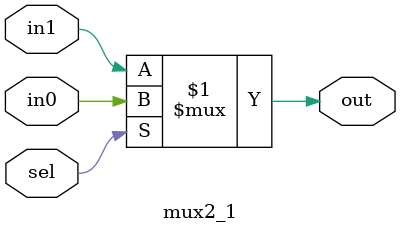
<source format=v>
module mux2_1(in0,in1,sel,out);

input in0,in1,sel;
output out;

assign out=sel?in0:in1;

endmodule

</source>
